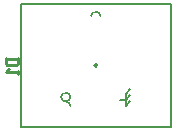
<source format=gbr>
G04 start of page 8 for group -4078 idx -4078 *
G04 Title: (unknown), bottomsilk *
G04 Creator: pcb 20110918 *
G04 CreationDate: Mon Jul 21 20:20:48 2014 UTC *
G04 For: fosse *
G04 Format: Gerber/RS-274X *
G04 PCB-Dimensions: 200000 300000 *
G04 PCB-Coordinate-Origin: lower left *
%MOIN*%
%FSLAX25Y25*%
%LNBOTTOMSILK*%
%ADD41C,0.0100*%
%ADD40C,0.0060*%
G54D40*X70000Y189000D02*X120000D01*
Y148000D01*
X70000D02*X120000D01*
X70000Y189000D02*Y148000D01*
X105000Y157000D02*X106500Y158500D01*
X105000Y155000D02*X106500Y156500D01*
X105000Y159000D02*Y155000D01*
Y159000D02*X106500Y160500D01*
X103000Y157000D02*X105000D01*
X95000Y169000D02*Y168000D01*
X94500Y168500D01*
X95500D01*
X95000Y169000D01*
X94500Y168500D01*
X96500Y185000D02*G75*G03X95000Y186500I-1500J0D01*G01*
G75*G03X93500Y185000I0J-1500D01*G01*
X85000Y159500D02*G75*G03X83500Y158000I0J-1500D01*G01*
X86500D02*G75*G03X85000Y159500I-1500J0D01*G01*
Y156500D02*G75*G03X86500Y158000I0J1500D01*G01*
X83500D02*G75*G03X85000Y156500I1500J0D01*G01*
X86500Y155000D02*G75*G03X85000Y156500I-1500J0D01*G01*
X95000Y169000D02*G75*G03X94500Y168500I0J-500D01*G01*
X95500D02*G75*G03X95000Y169000I-500J0D01*G01*
Y168000D02*G75*G03X95500Y168500I0J500D01*G01*
X94500D02*G75*G03X95000Y168000I500J0D01*G01*
G54D41*X65000Y170500D02*X69000D01*
X65000Y169000D02*X65500Y168500D01*
X68500D01*
X69000Y169000D02*X68500Y168500D01*
X69000Y169000D02*Y171000D01*
X65000Y169000D02*Y171000D01*
X69000Y165800D02*Y166800D01*
X65000Y166300D02*X69000D01*
X66000Y167300D02*X65000Y166300D01*
M02*

</source>
